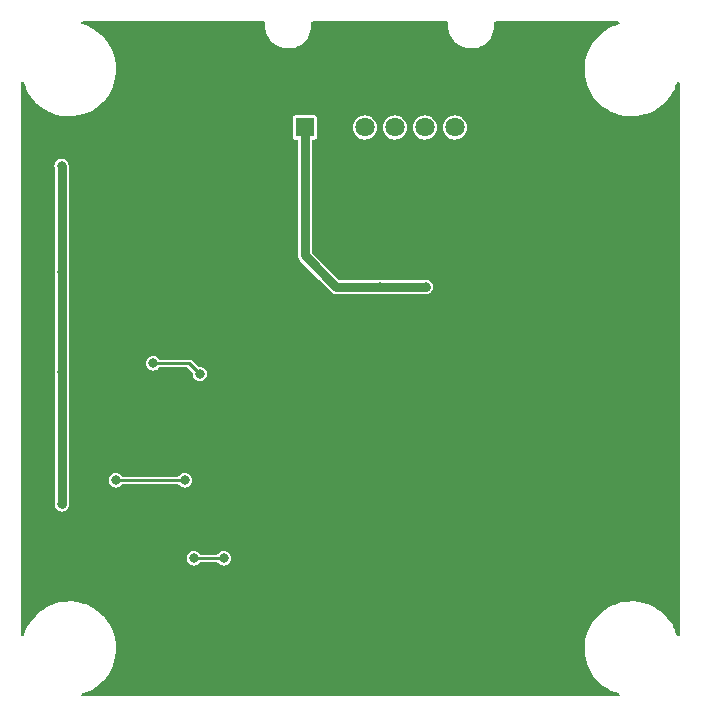
<source format=gbl>
%TF.GenerationSoftware,KiCad,Pcbnew,(6.0.10)*%
%TF.CreationDate,2022-12-30T01:06:13-06:00*%
%TF.ProjectId,FluorometerLightSource,466c756f-726f-46d6-9574-65724c696768,rev?*%
%TF.SameCoordinates,Original*%
%TF.FileFunction,Copper,L2,Bot*%
%TF.FilePolarity,Positive*%
%FSLAX46Y46*%
G04 Gerber Fmt 4.6, Leading zero omitted, Abs format (unit mm)*
G04 Created by KiCad (PCBNEW (6.0.10)) date 2022-12-30 01:06:13*
%MOMM*%
%LPD*%
G01*
G04 APERTURE LIST*
%TA.AperFunction,ComponentPad*%
%ADD10R,1.635000X1.635000*%
%TD*%
%TA.AperFunction,ComponentPad*%
%ADD11C,1.635000*%
%TD*%
%TA.AperFunction,ViaPad*%
%ADD12C,0.800000*%
%TD*%
%TA.AperFunction,Conductor*%
%ADD13C,0.254000*%
%TD*%
%TA.AperFunction,Conductor*%
%ADD14C,0.762000*%
%TD*%
G04 APERTURE END LIST*
D10*
X156090500Y-87468000D03*
D11*
X158630500Y-87468000D03*
X161170500Y-87468000D03*
X163710500Y-87468000D03*
X166250500Y-87468000D03*
X168790500Y-87468000D03*
D12*
X149225000Y-123952000D03*
X146685000Y-123952000D03*
X142494000Y-119761000D03*
X140081000Y-117348000D03*
X145923000Y-117348000D03*
X147193000Y-108331000D03*
X143256000Y-107442000D03*
X135509000Y-99695000D03*
X135509000Y-108204000D03*
X135509000Y-119380000D03*
X135495000Y-90692000D03*
X166370000Y-100965000D03*
X162433000Y-100965000D03*
X158750000Y-100965000D03*
X182118000Y-106807000D03*
X152781000Y-94107000D03*
X143129000Y-93345000D03*
X173101000Y-92583000D03*
X180213000Y-98425000D03*
X151384000Y-127508000D03*
X171577000Y-125857000D03*
X183769000Y-123444000D03*
X142621000Y-110236000D03*
D13*
X146685000Y-123952000D02*
X149225000Y-123952000D01*
X145923000Y-117348000D02*
X140081000Y-117348000D01*
X143256000Y-107442000D02*
X146304000Y-107442000D01*
X146304000Y-107442000D02*
X147193000Y-108331000D01*
D14*
X135509000Y-90706000D02*
X135509000Y-99695000D01*
X135509000Y-99695000D02*
X135509000Y-107442000D01*
X135509000Y-108204000D02*
X135509000Y-119380000D01*
X135509000Y-107442000D02*
X135509000Y-108204000D01*
X135495000Y-90692000D02*
X135509000Y-90706000D01*
X156090500Y-98305500D02*
X158750000Y-100965000D01*
X162433000Y-100965000D02*
X166370000Y-100965000D01*
X156090500Y-87468000D02*
X156090500Y-98305500D01*
X158750000Y-100965000D02*
X162433000Y-100965000D01*
%TA.AperFunction,Conductor*%
G36*
X152692869Y-78507002D02*
G01*
X152739362Y-78560658D01*
X152750278Y-78623872D01*
X152748699Y-78642102D01*
X152735259Y-78797285D01*
X152735503Y-78801720D01*
X152735503Y-78801724D01*
X152749450Y-79055127D01*
X152750438Y-79073087D01*
X152804325Y-79343999D01*
X152895847Y-79604616D01*
X153023178Y-79849737D01*
X153025761Y-79853352D01*
X153025765Y-79853358D01*
X153175135Y-80062381D01*
X153183775Y-80074471D01*
X153228336Y-80121183D01*
X153344341Y-80242787D01*
X153374436Y-80274335D01*
X153377931Y-80277091D01*
X153377933Y-80277092D01*
X153543694Y-80407767D01*
X153591356Y-80445341D01*
X153653059Y-80481181D01*
X153826353Y-80581839D01*
X153826359Y-80581842D01*
X153830207Y-80584077D01*
X154086223Y-80687774D01*
X154090536Y-80688845D01*
X154090541Y-80688847D01*
X154349975Y-80753291D01*
X154349980Y-80753292D01*
X154354296Y-80754364D01*
X154358724Y-80754818D01*
X154358726Y-80754818D01*
X154433839Y-80762514D01*
X154589870Y-80778500D01*
X154760862Y-80778500D01*
X154966030Y-80763973D01*
X154970385Y-80763035D01*
X154970388Y-80763035D01*
X155231715Y-80706773D01*
X155231717Y-80706773D01*
X155236062Y-80705837D01*
X155495209Y-80610233D01*
X155543685Y-80584077D01*
X155734384Y-80481181D01*
X155738300Y-80479068D01*
X155960484Y-80314960D01*
X156157329Y-80121183D01*
X156324906Y-79901604D01*
X156399375Y-79768630D01*
X156457697Y-79664490D01*
X156457698Y-79664487D01*
X156459873Y-79660604D01*
X156559536Y-79402991D01*
X156561730Y-79393528D01*
X156613870Y-79168578D01*
X156621907Y-79133905D01*
X156645741Y-78858715D01*
X156642605Y-78801724D01*
X156632599Y-78619924D01*
X156648828Y-78550807D01*
X156699848Y-78501436D01*
X156758409Y-78487000D01*
X168124748Y-78487000D01*
X168192869Y-78507002D01*
X168239362Y-78560658D01*
X168250278Y-78623872D01*
X168248699Y-78642102D01*
X168235259Y-78797285D01*
X168235503Y-78801720D01*
X168235503Y-78801724D01*
X168249450Y-79055127D01*
X168250438Y-79073087D01*
X168304325Y-79343999D01*
X168395847Y-79604616D01*
X168523178Y-79849737D01*
X168525761Y-79853352D01*
X168525765Y-79853358D01*
X168675135Y-80062381D01*
X168683775Y-80074471D01*
X168728336Y-80121183D01*
X168844341Y-80242787D01*
X168874436Y-80274335D01*
X168877931Y-80277091D01*
X168877933Y-80277092D01*
X169043694Y-80407767D01*
X169091356Y-80445341D01*
X169153059Y-80481181D01*
X169326353Y-80581839D01*
X169326359Y-80581842D01*
X169330207Y-80584077D01*
X169586223Y-80687774D01*
X169590536Y-80688845D01*
X169590541Y-80688847D01*
X169849975Y-80753291D01*
X169849980Y-80753292D01*
X169854296Y-80754364D01*
X169858724Y-80754818D01*
X169858726Y-80754818D01*
X169933839Y-80762514D01*
X170089870Y-80778500D01*
X170260862Y-80778500D01*
X170466030Y-80763973D01*
X170470385Y-80763035D01*
X170470388Y-80763035D01*
X170731715Y-80706773D01*
X170731717Y-80706773D01*
X170736062Y-80705837D01*
X170995209Y-80610233D01*
X171043685Y-80584077D01*
X171234384Y-80481181D01*
X171238300Y-80479068D01*
X171460484Y-80314960D01*
X171657329Y-80121183D01*
X171824906Y-79901604D01*
X171899375Y-79768630D01*
X171957697Y-79664490D01*
X171957698Y-79664487D01*
X171959873Y-79660604D01*
X172059536Y-79402991D01*
X172061730Y-79393528D01*
X172113870Y-79168578D01*
X172121907Y-79133905D01*
X172145741Y-78858715D01*
X172142605Y-78801724D01*
X172132599Y-78619924D01*
X172148828Y-78550807D01*
X172199848Y-78501436D01*
X172258409Y-78487000D01*
X182615806Y-78487000D01*
X182683927Y-78507002D01*
X182730420Y-78560658D01*
X182740524Y-78630932D01*
X182711030Y-78695512D01*
X182646821Y-78735123D01*
X182602161Y-78746465D01*
X182602158Y-78746466D01*
X182599118Y-78747238D01*
X182596171Y-78748308D01*
X182596170Y-78748308D01*
X182230151Y-78881166D01*
X182230141Y-78881170D01*
X182227213Y-78882233D01*
X181870554Y-79053498D01*
X181532669Y-79259339D01*
X181216899Y-79497721D01*
X181214617Y-79499831D01*
X181214608Y-79499838D01*
X181096994Y-79608560D01*
X180926366Y-79766287D01*
X180924294Y-79768625D01*
X180924289Y-79768630D01*
X180666028Y-80060029D01*
X180666023Y-80060035D01*
X180663944Y-80062381D01*
X180432227Y-80383074D01*
X180233507Y-80725196D01*
X180232217Y-80728033D01*
X180232215Y-80728037D01*
X180138264Y-80934672D01*
X180069749Y-81085363D01*
X179942572Y-81460013D01*
X179853234Y-81845443D01*
X179802619Y-82237839D01*
X179791227Y-82633322D01*
X179819170Y-83027982D01*
X179886173Y-83417915D01*
X179991572Y-83799265D01*
X179992702Y-83802185D01*
X179992703Y-83802189D01*
X180075993Y-84017479D01*
X180134326Y-84168261D01*
X180135741Y-84171055D01*
X180135744Y-84171063D01*
X180238885Y-84374804D01*
X180313023Y-84521255D01*
X180525895Y-84854755D01*
X180770838Y-85165463D01*
X180773013Y-85167719D01*
X180773018Y-85167725D01*
X180896468Y-85295784D01*
X181045429Y-85450308D01*
X181047822Y-85452341D01*
X181344559Y-85704438D01*
X181344567Y-85704445D01*
X181346954Y-85706472D01*
X181349534Y-85708255D01*
X181669857Y-85929645D01*
X181669866Y-85929650D01*
X181672429Y-85931422D01*
X181675164Y-85932935D01*
X181675169Y-85932938D01*
X181839957Y-86024093D01*
X182018638Y-86122934D01*
X182021507Y-86124167D01*
X182021518Y-86124172D01*
X182379287Y-86277881D01*
X182382155Y-86279113D01*
X182385132Y-86280054D01*
X182385136Y-86280056D01*
X182513911Y-86320782D01*
X182759387Y-86398416D01*
X183146603Y-86479662D01*
X183149721Y-86479998D01*
X183537522Y-86521785D01*
X183537525Y-86521785D01*
X183539973Y-86522049D01*
X183542436Y-86522120D01*
X183542437Y-86522120D01*
X183546086Y-86522225D01*
X183597291Y-86523700D01*
X183868352Y-86523700D01*
X183869915Y-86523622D01*
X183869923Y-86523622D01*
X183986445Y-86517821D01*
X184164158Y-86508974D01*
X184167243Y-86508510D01*
X184167245Y-86508510D01*
X184552316Y-86450617D01*
X184555409Y-86450152D01*
X184558445Y-86449381D01*
X184935839Y-86353535D01*
X184935842Y-86353534D01*
X184938882Y-86352762D01*
X184941830Y-86351692D01*
X185307849Y-86218834D01*
X185307859Y-86218830D01*
X185310787Y-86217767D01*
X185667446Y-86046502D01*
X186005331Y-85840661D01*
X186321101Y-85602279D01*
X186323383Y-85600169D01*
X186323392Y-85600162D01*
X186609337Y-85335836D01*
X186611634Y-85333713D01*
X186760751Y-85165463D01*
X186871972Y-85039971D01*
X186871977Y-85039965D01*
X186874056Y-85037619D01*
X187105773Y-84716926D01*
X187304493Y-84374804D01*
X187397129Y-84171063D01*
X187466959Y-84017479D01*
X187466960Y-84017476D01*
X187468251Y-84014637D01*
X187542384Y-83796250D01*
X187586687Y-83665738D01*
X187627524Y-83607661D01*
X187693277Y-83580883D01*
X187763069Y-83593904D01*
X187814742Y-83642591D01*
X187832000Y-83706239D01*
X187832000Y-130427111D01*
X187811998Y-130495232D01*
X187758342Y-130541725D01*
X187688068Y-130551829D01*
X187623488Y-130522335D01*
X187584553Y-130460677D01*
X187547261Y-130325750D01*
X187546428Y-130322735D01*
X187463107Y-130107363D01*
X187404809Y-129956672D01*
X187404807Y-129956667D01*
X187403674Y-129953739D01*
X187300554Y-129750037D01*
X187226396Y-129603548D01*
X187224977Y-129600745D01*
X187012105Y-129267245D01*
X186767162Y-128956537D01*
X186764987Y-128954281D01*
X186764982Y-128954275D01*
X186602922Y-128786164D01*
X186492571Y-128671692D01*
X186489999Y-128669507D01*
X186193441Y-128417562D01*
X186193433Y-128417555D01*
X186191046Y-128415528D01*
X185996891Y-128281339D01*
X185868143Y-128192355D01*
X185868134Y-128192350D01*
X185865571Y-128190578D01*
X185862836Y-128189065D01*
X185862831Y-128189062D01*
X185655080Y-128074141D01*
X185519362Y-127999066D01*
X185516493Y-127997833D01*
X185516482Y-127997828D01*
X185158713Y-127844119D01*
X185158710Y-127844118D01*
X185155845Y-127842887D01*
X185152868Y-127841946D01*
X185152864Y-127841944D01*
X185024089Y-127801218D01*
X184778613Y-127723584D01*
X184391397Y-127642338D01*
X184388279Y-127642002D01*
X184000478Y-127600215D01*
X184000475Y-127600215D01*
X183998027Y-127599951D01*
X183995564Y-127599880D01*
X183995563Y-127599880D01*
X183991914Y-127599775D01*
X183940709Y-127598300D01*
X183669648Y-127598300D01*
X183668085Y-127598378D01*
X183668077Y-127598378D01*
X183571709Y-127603176D01*
X183373842Y-127613026D01*
X183370757Y-127613490D01*
X183370755Y-127613490D01*
X183181110Y-127642002D01*
X182982591Y-127671848D01*
X182979556Y-127672619D01*
X182979555Y-127672619D01*
X182602161Y-127768465D01*
X182602158Y-127768466D01*
X182599118Y-127769238D01*
X182596171Y-127770308D01*
X182596170Y-127770308D01*
X182230151Y-127903166D01*
X182230141Y-127903170D01*
X182227213Y-127904233D01*
X181870554Y-128075498D01*
X181532669Y-128281339D01*
X181216899Y-128519721D01*
X181214617Y-128521831D01*
X181214608Y-128521838D01*
X181054697Y-128669659D01*
X180926366Y-128788287D01*
X180924294Y-128790625D01*
X180924289Y-128790630D01*
X180666028Y-129082029D01*
X180666023Y-129082035D01*
X180663944Y-129084381D01*
X180432227Y-129405074D01*
X180233507Y-129747196D01*
X180232217Y-129750033D01*
X180232215Y-129750037D01*
X180138264Y-129956672D01*
X180069749Y-130107363D01*
X179942572Y-130482013D01*
X179853234Y-130867443D01*
X179802619Y-131259839D01*
X179791227Y-131655322D01*
X179791448Y-131658441D01*
X179791448Y-131658448D01*
X179811912Y-131947472D01*
X179819170Y-132049982D01*
X179886173Y-132439915D01*
X179991572Y-132821265D01*
X179992702Y-132824185D01*
X179992703Y-132824189D01*
X180075993Y-133039479D01*
X180134326Y-133190261D01*
X180135741Y-133193055D01*
X180135744Y-133193063D01*
X180238885Y-133396804D01*
X180313023Y-133543255D01*
X180525895Y-133876755D01*
X180770838Y-134187463D01*
X180773013Y-134189719D01*
X180773018Y-134189725D01*
X180888217Y-134309225D01*
X181045429Y-134472308D01*
X181047822Y-134474341D01*
X181344559Y-134726438D01*
X181344567Y-134726445D01*
X181346954Y-134728472D01*
X181349534Y-134730255D01*
X181669857Y-134951645D01*
X181669866Y-134951650D01*
X181672429Y-134953422D01*
X181675164Y-134954935D01*
X181675169Y-134954938D01*
X181839957Y-135046093D01*
X182018638Y-135144934D01*
X182021507Y-135146167D01*
X182021518Y-135146172D01*
X182379287Y-135299881D01*
X182382155Y-135301113D01*
X182385132Y-135302054D01*
X182385136Y-135302056D01*
X182659624Y-135388865D01*
X182718542Y-135428477D01*
X182746692Y-135493654D01*
X182735135Y-135563704D01*
X182687541Y-135616386D01*
X182621630Y-135635000D01*
X137297194Y-135635000D01*
X137229073Y-135614998D01*
X137182580Y-135561342D01*
X137172476Y-135491068D01*
X137201970Y-135426488D01*
X137266179Y-135386877D01*
X137310839Y-135375535D01*
X137310842Y-135375534D01*
X137313882Y-135374762D01*
X137336511Y-135366548D01*
X137682849Y-135240834D01*
X137682859Y-135240830D01*
X137685787Y-135239767D01*
X138042446Y-135068502D01*
X138380331Y-134862661D01*
X138696101Y-134624279D01*
X138698383Y-134622169D01*
X138698392Y-134622162D01*
X138984337Y-134357836D01*
X138986634Y-134355713D01*
X138988711Y-134353370D01*
X139246972Y-134061971D01*
X139246977Y-134061965D01*
X139249056Y-134059619D01*
X139480773Y-133738926D01*
X139679493Y-133396804D01*
X139685754Y-133383035D01*
X139841959Y-133039479D01*
X139841960Y-133039476D01*
X139843251Y-133036637D01*
X139970428Y-132661987D01*
X140059766Y-132276557D01*
X140110381Y-131884161D01*
X140121773Y-131488678D01*
X140093830Y-131094018D01*
X140026827Y-130704085D01*
X139921428Y-130322735D01*
X139838107Y-130107363D01*
X139779809Y-129956672D01*
X139779807Y-129956667D01*
X139778674Y-129953739D01*
X139675554Y-129750037D01*
X139601396Y-129603548D01*
X139599977Y-129600745D01*
X139387105Y-129267245D01*
X139142162Y-128956537D01*
X139139987Y-128954281D01*
X139139982Y-128954275D01*
X138977922Y-128786164D01*
X138867571Y-128671692D01*
X138864999Y-128669507D01*
X138568441Y-128417562D01*
X138568433Y-128417555D01*
X138566046Y-128415528D01*
X138371891Y-128281339D01*
X138243143Y-128192355D01*
X138243134Y-128192350D01*
X138240571Y-128190578D01*
X138237836Y-128189065D01*
X138237831Y-128189062D01*
X138030080Y-128074141D01*
X137894362Y-127999066D01*
X137891493Y-127997833D01*
X137891482Y-127997828D01*
X137533713Y-127844119D01*
X137533710Y-127844118D01*
X137530845Y-127842887D01*
X137527868Y-127841946D01*
X137527864Y-127841944D01*
X137399089Y-127801218D01*
X137153613Y-127723584D01*
X136766397Y-127642338D01*
X136763279Y-127642002D01*
X136375478Y-127600215D01*
X136375475Y-127600215D01*
X136373027Y-127599951D01*
X136370564Y-127599880D01*
X136370563Y-127599880D01*
X136366914Y-127599775D01*
X136315709Y-127598300D01*
X136044648Y-127598300D01*
X136043085Y-127598378D01*
X136043077Y-127598378D01*
X135946709Y-127603176D01*
X135748842Y-127613026D01*
X135745757Y-127613490D01*
X135745755Y-127613490D01*
X135556110Y-127642002D01*
X135357591Y-127671848D01*
X135354556Y-127672619D01*
X135354555Y-127672619D01*
X134977161Y-127768465D01*
X134977158Y-127768466D01*
X134974118Y-127769238D01*
X134971171Y-127770308D01*
X134971170Y-127770308D01*
X134605151Y-127903166D01*
X134605141Y-127903170D01*
X134602213Y-127904233D01*
X134245554Y-128075498D01*
X133907669Y-128281339D01*
X133591899Y-128519721D01*
X133589617Y-128521831D01*
X133589608Y-128521838D01*
X133429697Y-128669659D01*
X133301366Y-128788287D01*
X133299294Y-128790625D01*
X133299289Y-128790630D01*
X133041028Y-129082029D01*
X133041023Y-129082035D01*
X133038944Y-129084381D01*
X132807227Y-129405074D01*
X132608507Y-129747196D01*
X132607217Y-129750033D01*
X132607215Y-129750037D01*
X132513264Y-129956672D01*
X132444749Y-130107363D01*
X132443745Y-130110320D01*
X132443743Y-130110326D01*
X132326313Y-130456262D01*
X132285476Y-130514339D01*
X132219723Y-130541117D01*
X132149931Y-130528096D01*
X132098258Y-130479409D01*
X132081000Y-130415761D01*
X132081000Y-123952000D01*
X146079318Y-123952000D01*
X146099956Y-124108762D01*
X146160464Y-124254841D01*
X146256718Y-124380282D01*
X146382159Y-124476536D01*
X146528238Y-124537044D01*
X146685000Y-124557682D01*
X146693188Y-124556604D01*
X146833574Y-124538122D01*
X146841762Y-124537044D01*
X146987841Y-124476536D01*
X147113282Y-124380282D01*
X147118308Y-124373732D01*
X147118311Y-124373729D01*
X147152789Y-124328796D01*
X147210127Y-124286929D01*
X147252751Y-124279500D01*
X148657249Y-124279500D01*
X148725370Y-124299502D01*
X148757211Y-124328796D01*
X148791689Y-124373729D01*
X148791692Y-124373732D01*
X148796718Y-124380282D01*
X148922159Y-124476536D01*
X149068238Y-124537044D01*
X149225000Y-124557682D01*
X149233188Y-124556604D01*
X149373574Y-124538122D01*
X149381762Y-124537044D01*
X149527841Y-124476536D01*
X149653282Y-124380282D01*
X149749536Y-124254841D01*
X149810044Y-124108762D01*
X149830682Y-123952000D01*
X149810044Y-123795238D01*
X149749536Y-123649159D01*
X149653282Y-123523718D01*
X149527841Y-123427464D01*
X149381762Y-123366956D01*
X149225000Y-123346318D01*
X149068238Y-123366956D01*
X148922159Y-123427464D01*
X148796718Y-123523718D01*
X148791692Y-123530268D01*
X148791689Y-123530271D01*
X148757211Y-123575204D01*
X148699873Y-123617071D01*
X148657249Y-123624500D01*
X147252751Y-123624500D01*
X147184630Y-123604498D01*
X147152789Y-123575204D01*
X147118311Y-123530271D01*
X147118308Y-123530268D01*
X147113282Y-123523718D01*
X146987841Y-123427464D01*
X146841762Y-123366956D01*
X146685000Y-123346318D01*
X146528238Y-123366956D01*
X146382159Y-123427464D01*
X146256718Y-123523718D01*
X146160464Y-123649159D01*
X146099956Y-123795238D01*
X146079318Y-123952000D01*
X132081000Y-123952000D01*
X132081000Y-90692000D01*
X134889318Y-90692000D01*
X134909956Y-90848762D01*
X134917909Y-90867963D01*
X134927500Y-90916180D01*
X134927500Y-99512588D01*
X134924201Y-99537646D01*
X134923956Y-99538238D01*
X134903318Y-99695000D01*
X134923956Y-99851762D01*
X134924201Y-99852354D01*
X134927500Y-99877412D01*
X134927500Y-108021588D01*
X134924201Y-108046646D01*
X134923956Y-108047238D01*
X134903318Y-108204000D01*
X134904396Y-108212188D01*
X134921116Y-108339188D01*
X134923956Y-108360762D01*
X134924201Y-108361354D01*
X134927500Y-108386412D01*
X134927500Y-119197588D01*
X134924201Y-119222646D01*
X134923956Y-119223238D01*
X134903318Y-119380000D01*
X134923956Y-119536762D01*
X134984464Y-119682841D01*
X135080718Y-119808282D01*
X135206159Y-119904536D01*
X135352238Y-119965044D01*
X135509000Y-119985682D01*
X135517188Y-119984604D01*
X135657574Y-119966122D01*
X135665762Y-119965044D01*
X135811841Y-119904536D01*
X135937282Y-119808282D01*
X136033536Y-119682841D01*
X136094044Y-119536762D01*
X136114682Y-119380000D01*
X136094044Y-119223238D01*
X136093799Y-119222646D01*
X136090500Y-119197588D01*
X136090500Y-117348000D01*
X139475318Y-117348000D01*
X139495956Y-117504762D01*
X139556464Y-117650841D01*
X139652718Y-117776282D01*
X139778159Y-117872536D01*
X139924238Y-117933044D01*
X140081000Y-117953682D01*
X140089188Y-117952604D01*
X140229574Y-117934122D01*
X140237762Y-117933044D01*
X140383841Y-117872536D01*
X140509282Y-117776282D01*
X140514308Y-117769732D01*
X140514311Y-117769729D01*
X140548789Y-117724796D01*
X140606127Y-117682929D01*
X140648751Y-117675500D01*
X145355249Y-117675500D01*
X145423370Y-117695502D01*
X145455211Y-117724796D01*
X145489689Y-117769729D01*
X145489692Y-117769732D01*
X145494718Y-117776282D01*
X145620159Y-117872536D01*
X145766238Y-117933044D01*
X145923000Y-117953682D01*
X145931188Y-117952604D01*
X146071574Y-117934122D01*
X146079762Y-117933044D01*
X146225841Y-117872536D01*
X146351282Y-117776282D01*
X146447536Y-117650841D01*
X146508044Y-117504762D01*
X146528682Y-117348000D01*
X146508044Y-117191238D01*
X146447536Y-117045159D01*
X146351282Y-116919718D01*
X146225841Y-116823464D01*
X146079762Y-116762956D01*
X145923000Y-116742318D01*
X145766238Y-116762956D01*
X145620159Y-116823464D01*
X145494718Y-116919718D01*
X145489692Y-116926268D01*
X145489689Y-116926271D01*
X145455211Y-116971204D01*
X145397873Y-117013071D01*
X145355249Y-117020500D01*
X140648751Y-117020500D01*
X140580630Y-117000498D01*
X140548789Y-116971204D01*
X140514311Y-116926271D01*
X140514308Y-116926268D01*
X140509282Y-116919718D01*
X140383841Y-116823464D01*
X140237762Y-116762956D01*
X140081000Y-116742318D01*
X139924238Y-116762956D01*
X139778159Y-116823464D01*
X139652718Y-116919718D01*
X139556464Y-117045159D01*
X139495956Y-117191238D01*
X139475318Y-117348000D01*
X136090500Y-117348000D01*
X136090500Y-108386412D01*
X136093799Y-108361354D01*
X136094044Y-108360762D01*
X136096885Y-108339188D01*
X136113604Y-108212188D01*
X136114682Y-108204000D01*
X136094044Y-108047238D01*
X136093799Y-108046646D01*
X136090500Y-108021588D01*
X136090500Y-107442000D01*
X142650318Y-107442000D01*
X142670956Y-107598762D01*
X142731464Y-107744841D01*
X142827718Y-107870282D01*
X142953159Y-107966536D01*
X143099238Y-108027044D01*
X143256000Y-108047682D01*
X143264188Y-108046604D01*
X143404574Y-108028122D01*
X143412762Y-108027044D01*
X143558841Y-107966536D01*
X143633480Y-107909264D01*
X143677731Y-107875309D01*
X143677732Y-107875308D01*
X143684282Y-107870282D01*
X143689308Y-107863732D01*
X143689311Y-107863729D01*
X143723789Y-107818796D01*
X143781127Y-107776929D01*
X143823751Y-107769500D01*
X146116155Y-107769500D01*
X146184276Y-107789502D01*
X146205251Y-107806405D01*
X146559963Y-108161118D01*
X146593988Y-108223430D01*
X146595789Y-108266657D01*
X146587318Y-108331000D01*
X146607956Y-108487762D01*
X146668464Y-108633841D01*
X146764718Y-108759282D01*
X146890159Y-108855536D01*
X147036238Y-108916044D01*
X147193000Y-108936682D01*
X147201188Y-108935604D01*
X147341574Y-108917122D01*
X147349762Y-108916044D01*
X147495841Y-108855536D01*
X147621282Y-108759282D01*
X147717536Y-108633841D01*
X147778044Y-108487762D01*
X147798682Y-108331000D01*
X147778044Y-108174238D01*
X147717536Y-108028159D01*
X147621282Y-107902718D01*
X147495841Y-107806464D01*
X147349762Y-107745956D01*
X147193000Y-107725318D01*
X147128658Y-107733789D01*
X147058511Y-107722850D01*
X147023118Y-107697963D01*
X146549581Y-107224427D01*
X146542154Y-107216322D01*
X146524846Y-107195695D01*
X146517760Y-107187250D01*
X146484895Y-107168275D01*
X146475635Y-107162377D01*
X146444543Y-107140606D01*
X146433899Y-107137754D01*
X146430653Y-107136240D01*
X146427285Y-107135014D01*
X146417739Y-107129503D01*
X146380368Y-107122913D01*
X146369644Y-107120536D01*
X146332984Y-107110713D01*
X146322000Y-107111674D01*
X146321999Y-107111674D01*
X146295189Y-107114020D01*
X146284206Y-107114500D01*
X143823751Y-107114500D01*
X143755630Y-107094498D01*
X143723789Y-107065204D01*
X143689311Y-107020271D01*
X143689308Y-107020268D01*
X143684282Y-107013718D01*
X143558841Y-106917464D01*
X143412762Y-106856956D01*
X143256000Y-106836318D01*
X143099238Y-106856956D01*
X142953159Y-106917464D01*
X142827718Y-107013718D01*
X142731464Y-107139159D01*
X142670956Y-107285238D01*
X142650318Y-107442000D01*
X136090500Y-107442000D01*
X136090500Y-99877412D01*
X136093799Y-99852354D01*
X136094044Y-99851762D01*
X136114682Y-99695000D01*
X136094044Y-99538238D01*
X136093799Y-99537646D01*
X136090500Y-99512588D01*
X136090500Y-90777598D01*
X136091578Y-90761152D01*
X136099604Y-90700188D01*
X136100682Y-90692000D01*
X136080044Y-90535238D01*
X136019536Y-90389159D01*
X135923282Y-90263718D01*
X135797841Y-90167464D01*
X135651762Y-90106956D01*
X135495000Y-90086318D01*
X135338238Y-90106956D01*
X135192159Y-90167464D01*
X135066718Y-90263718D01*
X134970464Y-90389159D01*
X134909956Y-90535238D01*
X134889318Y-90692000D01*
X132081000Y-90692000D01*
X132081000Y-88305248D01*
X155072500Y-88305248D01*
X155073707Y-88311316D01*
X155077004Y-88327889D01*
X155084133Y-88363731D01*
X155128448Y-88430052D01*
X155194769Y-88474367D01*
X155206938Y-88476788D01*
X155206939Y-88476788D01*
X155247184Y-88484793D01*
X155253252Y-88486000D01*
X155383000Y-88486000D01*
X155451121Y-88506002D01*
X155497614Y-88559658D01*
X155509000Y-88612000D01*
X155509000Y-98259126D01*
X155507922Y-98275572D01*
X155503982Y-98305500D01*
X155523967Y-98457302D01*
X155582560Y-98598759D01*
X155587587Y-98605310D01*
X155652362Y-98689728D01*
X155652368Y-98689734D01*
X155675769Y-98720231D01*
X155699723Y-98738612D01*
X155712104Y-98749470D01*
X157309230Y-100346595D01*
X158209830Y-101247195D01*
X158225219Y-101267250D01*
X158225464Y-101267841D01*
X158321718Y-101393282D01*
X158447159Y-101489536D01*
X158593238Y-101550044D01*
X158750000Y-101570682D01*
X158758188Y-101569604D01*
X158898576Y-101551122D01*
X158898578Y-101551121D01*
X158906762Y-101550044D01*
X158907354Y-101549799D01*
X158932412Y-101546500D01*
X162250588Y-101546500D01*
X162275646Y-101549799D01*
X162276238Y-101550044D01*
X162284422Y-101551121D01*
X162284424Y-101551122D01*
X162424812Y-101569604D01*
X162433000Y-101570682D01*
X162441188Y-101569604D01*
X162581576Y-101551122D01*
X162581578Y-101551121D01*
X162589762Y-101550044D01*
X162590354Y-101549799D01*
X162615412Y-101546500D01*
X166187588Y-101546500D01*
X166212646Y-101549799D01*
X166213238Y-101550044D01*
X166221422Y-101551121D01*
X166221424Y-101551122D01*
X166361812Y-101569604D01*
X166370000Y-101570682D01*
X166378188Y-101569604D01*
X166518574Y-101551122D01*
X166526762Y-101550044D01*
X166672841Y-101489536D01*
X166798282Y-101393282D01*
X166894536Y-101267841D01*
X166955044Y-101121762D01*
X166975682Y-100965000D01*
X166955044Y-100808238D01*
X166894536Y-100662159D01*
X166798282Y-100536718D01*
X166672841Y-100440464D01*
X166526762Y-100379956D01*
X166370000Y-100359318D01*
X166361812Y-100360396D01*
X166221424Y-100378878D01*
X166221422Y-100378879D01*
X166213238Y-100379956D01*
X166212646Y-100380201D01*
X166187588Y-100383500D01*
X162615412Y-100383500D01*
X162590354Y-100380201D01*
X162589762Y-100379956D01*
X162581578Y-100378879D01*
X162581576Y-100378878D01*
X162441188Y-100360396D01*
X162433000Y-100359318D01*
X162424812Y-100360396D01*
X162284424Y-100378878D01*
X162284422Y-100378879D01*
X162276238Y-100379956D01*
X162275646Y-100380201D01*
X162250588Y-100383500D01*
X159043055Y-100383500D01*
X158974934Y-100363498D01*
X158953960Y-100346595D01*
X156708905Y-98101539D01*
X156674879Y-98039227D01*
X156672000Y-98012444D01*
X156672000Y-88612000D01*
X156692002Y-88543879D01*
X156745658Y-88497386D01*
X156798000Y-88486000D01*
X156927748Y-88486000D01*
X156933816Y-88484793D01*
X156974061Y-88476788D01*
X156974062Y-88476788D01*
X156986231Y-88474367D01*
X157052552Y-88430052D01*
X157096867Y-88363731D01*
X157103997Y-88327889D01*
X157107293Y-88311316D01*
X157108500Y-88305248D01*
X157108500Y-87453718D01*
X160147674Y-87453718D01*
X160164379Y-87652658D01*
X160219407Y-87844564D01*
X160222226Y-87850049D01*
X160307845Y-88016645D01*
X160307848Y-88016650D01*
X160310663Y-88022127D01*
X160434669Y-88178584D01*
X160586702Y-88307975D01*
X160760973Y-88405371D01*
X160950842Y-88467063D01*
X161149077Y-88490702D01*
X161155212Y-88490230D01*
X161155214Y-88490230D01*
X161341988Y-88475858D01*
X161341993Y-88475857D01*
X161348129Y-88475385D01*
X161354059Y-88473729D01*
X161354061Y-88473729D01*
X161510494Y-88430052D01*
X161540415Y-88421698D01*
X161568968Y-88407275D01*
X161713110Y-88334464D01*
X161713112Y-88334463D01*
X161718611Y-88331685D01*
X161875930Y-88208774D01*
X162006379Y-88057648D01*
X162023814Y-88026958D01*
X162101946Y-87889418D01*
X162101947Y-87889417D01*
X162104989Y-87884061D01*
X162116304Y-87850049D01*
X162166059Y-87700480D01*
X162168006Y-87694628D01*
X162193027Y-87496562D01*
X162193426Y-87468000D01*
X162192026Y-87453718D01*
X162687674Y-87453718D01*
X162704379Y-87652658D01*
X162759407Y-87844564D01*
X162762226Y-87850049D01*
X162847845Y-88016645D01*
X162847848Y-88016650D01*
X162850663Y-88022127D01*
X162974669Y-88178584D01*
X163126702Y-88307975D01*
X163300973Y-88405371D01*
X163490842Y-88467063D01*
X163689077Y-88490702D01*
X163695212Y-88490230D01*
X163695214Y-88490230D01*
X163881988Y-88475858D01*
X163881993Y-88475857D01*
X163888129Y-88475385D01*
X163894059Y-88473729D01*
X163894061Y-88473729D01*
X164050494Y-88430052D01*
X164080415Y-88421698D01*
X164108968Y-88407275D01*
X164253110Y-88334464D01*
X164253112Y-88334463D01*
X164258611Y-88331685D01*
X164415930Y-88208774D01*
X164546379Y-88057648D01*
X164563814Y-88026958D01*
X164641946Y-87889418D01*
X164641947Y-87889417D01*
X164644989Y-87884061D01*
X164656304Y-87850049D01*
X164706059Y-87700480D01*
X164708006Y-87694628D01*
X164733027Y-87496562D01*
X164733426Y-87468000D01*
X164732026Y-87453718D01*
X165227674Y-87453718D01*
X165244379Y-87652658D01*
X165299407Y-87844564D01*
X165302226Y-87850049D01*
X165387845Y-88016645D01*
X165387848Y-88016650D01*
X165390663Y-88022127D01*
X165514669Y-88178584D01*
X165666702Y-88307975D01*
X165840973Y-88405371D01*
X166030842Y-88467063D01*
X166229077Y-88490702D01*
X166235212Y-88490230D01*
X166235214Y-88490230D01*
X166421988Y-88475858D01*
X166421993Y-88475857D01*
X166428129Y-88475385D01*
X166434059Y-88473729D01*
X166434061Y-88473729D01*
X166590494Y-88430052D01*
X166620415Y-88421698D01*
X166648968Y-88407275D01*
X166793110Y-88334464D01*
X166793112Y-88334463D01*
X166798611Y-88331685D01*
X166955930Y-88208774D01*
X167086379Y-88057648D01*
X167103814Y-88026958D01*
X167181946Y-87889418D01*
X167181947Y-87889417D01*
X167184989Y-87884061D01*
X167196304Y-87850049D01*
X167246059Y-87700480D01*
X167248006Y-87694628D01*
X167273027Y-87496562D01*
X167273426Y-87468000D01*
X167272026Y-87453718D01*
X167767674Y-87453718D01*
X167784379Y-87652658D01*
X167839407Y-87844564D01*
X167842226Y-87850049D01*
X167927845Y-88016645D01*
X167927848Y-88016650D01*
X167930663Y-88022127D01*
X168054669Y-88178584D01*
X168206702Y-88307975D01*
X168380973Y-88405371D01*
X168570842Y-88467063D01*
X168769077Y-88490702D01*
X168775212Y-88490230D01*
X168775214Y-88490230D01*
X168961988Y-88475858D01*
X168961993Y-88475857D01*
X168968129Y-88475385D01*
X168974059Y-88473729D01*
X168974061Y-88473729D01*
X169130494Y-88430052D01*
X169160415Y-88421698D01*
X169188968Y-88407275D01*
X169333110Y-88334464D01*
X169333112Y-88334463D01*
X169338611Y-88331685D01*
X169495930Y-88208774D01*
X169626379Y-88057648D01*
X169643814Y-88026958D01*
X169721946Y-87889418D01*
X169721947Y-87889417D01*
X169724989Y-87884061D01*
X169736304Y-87850049D01*
X169786059Y-87700480D01*
X169788006Y-87694628D01*
X169813027Y-87496562D01*
X169813426Y-87468000D01*
X169793945Y-87269313D01*
X169736242Y-87078193D01*
X169642517Y-86901921D01*
X169638622Y-86897145D01*
X169520233Y-86751986D01*
X169520230Y-86751983D01*
X169516338Y-86747211D01*
X169499508Y-86733288D01*
X169367263Y-86623885D01*
X169367259Y-86623883D01*
X169362513Y-86619956D01*
X169186900Y-86525002D01*
X169091544Y-86495484D01*
X169002075Y-86467789D01*
X169002072Y-86467788D01*
X168996188Y-86465967D01*
X168990063Y-86465323D01*
X168990062Y-86465323D01*
X168803769Y-86445743D01*
X168803768Y-86445743D01*
X168797641Y-86445099D01*
X168730526Y-86451207D01*
X168604962Y-86462634D01*
X168604959Y-86462635D01*
X168598823Y-86463193D01*
X168592917Y-86464931D01*
X168592913Y-86464932D01*
X168476968Y-86499057D01*
X168407305Y-86519560D01*
X168401848Y-86522413D01*
X168401845Y-86522414D01*
X168326214Y-86561953D01*
X168230383Y-86612052D01*
X168074796Y-86737147D01*
X167946470Y-86890081D01*
X167943506Y-86895473D01*
X167943503Y-86895477D01*
X167936969Y-86907363D01*
X167850293Y-87065027D01*
X167789927Y-87255322D01*
X167767674Y-87453718D01*
X167272026Y-87453718D01*
X167253945Y-87269313D01*
X167196242Y-87078193D01*
X167102517Y-86901921D01*
X167098622Y-86897145D01*
X166980233Y-86751986D01*
X166980230Y-86751983D01*
X166976338Y-86747211D01*
X166959508Y-86733288D01*
X166827263Y-86623885D01*
X166827259Y-86623883D01*
X166822513Y-86619956D01*
X166646900Y-86525002D01*
X166551544Y-86495484D01*
X166462075Y-86467789D01*
X166462072Y-86467788D01*
X166456188Y-86465967D01*
X166450063Y-86465323D01*
X166450062Y-86465323D01*
X166263769Y-86445743D01*
X166263768Y-86445743D01*
X166257641Y-86445099D01*
X166190526Y-86451207D01*
X166064962Y-86462634D01*
X166064959Y-86462635D01*
X166058823Y-86463193D01*
X166052917Y-86464931D01*
X166052913Y-86464932D01*
X165936968Y-86499057D01*
X165867305Y-86519560D01*
X165861848Y-86522413D01*
X165861845Y-86522414D01*
X165786214Y-86561953D01*
X165690383Y-86612052D01*
X165534796Y-86737147D01*
X165406470Y-86890081D01*
X165403506Y-86895473D01*
X165403503Y-86895477D01*
X165396969Y-86907363D01*
X165310293Y-87065027D01*
X165249927Y-87255322D01*
X165227674Y-87453718D01*
X164732026Y-87453718D01*
X164713945Y-87269313D01*
X164656242Y-87078193D01*
X164562517Y-86901921D01*
X164558622Y-86897145D01*
X164440233Y-86751986D01*
X164440230Y-86751983D01*
X164436338Y-86747211D01*
X164419508Y-86733288D01*
X164287263Y-86623885D01*
X164287259Y-86623883D01*
X164282513Y-86619956D01*
X164106900Y-86525002D01*
X164011544Y-86495484D01*
X163922075Y-86467789D01*
X163922072Y-86467788D01*
X163916188Y-86465967D01*
X163910063Y-86465323D01*
X163910062Y-86465323D01*
X163723769Y-86445743D01*
X163723768Y-86445743D01*
X163717641Y-86445099D01*
X163650526Y-86451207D01*
X163524962Y-86462634D01*
X163524959Y-86462635D01*
X163518823Y-86463193D01*
X163512917Y-86464931D01*
X163512913Y-86464932D01*
X163396968Y-86499057D01*
X163327305Y-86519560D01*
X163321848Y-86522413D01*
X163321845Y-86522414D01*
X163246214Y-86561953D01*
X163150383Y-86612052D01*
X162994796Y-86737147D01*
X162866470Y-86890081D01*
X162863506Y-86895473D01*
X162863503Y-86895477D01*
X162856969Y-86907363D01*
X162770293Y-87065027D01*
X162709927Y-87255322D01*
X162687674Y-87453718D01*
X162192026Y-87453718D01*
X162173945Y-87269313D01*
X162116242Y-87078193D01*
X162022517Y-86901921D01*
X162018622Y-86897145D01*
X161900233Y-86751986D01*
X161900230Y-86751983D01*
X161896338Y-86747211D01*
X161879508Y-86733288D01*
X161747263Y-86623885D01*
X161747259Y-86623883D01*
X161742513Y-86619956D01*
X161566900Y-86525002D01*
X161471544Y-86495484D01*
X161382075Y-86467789D01*
X161382072Y-86467788D01*
X161376188Y-86465967D01*
X161370063Y-86465323D01*
X161370062Y-86465323D01*
X161183769Y-86445743D01*
X161183768Y-86445743D01*
X161177641Y-86445099D01*
X161110526Y-86451207D01*
X160984962Y-86462634D01*
X160984959Y-86462635D01*
X160978823Y-86463193D01*
X160972917Y-86464931D01*
X160972913Y-86464932D01*
X160856968Y-86499057D01*
X160787305Y-86519560D01*
X160781848Y-86522413D01*
X160781845Y-86522414D01*
X160706214Y-86561953D01*
X160610383Y-86612052D01*
X160454796Y-86737147D01*
X160326470Y-86890081D01*
X160323506Y-86895473D01*
X160323503Y-86895477D01*
X160316969Y-86907363D01*
X160230293Y-87065027D01*
X160169927Y-87255322D01*
X160147674Y-87453718D01*
X157108500Y-87453718D01*
X157108500Y-86630752D01*
X157096867Y-86572269D01*
X157052552Y-86505948D01*
X156986231Y-86461633D01*
X156974062Y-86459212D01*
X156974061Y-86459212D01*
X156933816Y-86451207D01*
X156927748Y-86450000D01*
X155253252Y-86450000D01*
X155247184Y-86451207D01*
X155206939Y-86459212D01*
X155206938Y-86459212D01*
X155194769Y-86461633D01*
X155128448Y-86505948D01*
X155084133Y-86572269D01*
X155072500Y-86630752D01*
X155072500Y-88305248D01*
X132081000Y-88305248D01*
X132081000Y-83694889D01*
X132101002Y-83626768D01*
X132154658Y-83580275D01*
X132224932Y-83570171D01*
X132289512Y-83599665D01*
X132328447Y-83661323D01*
X132366572Y-83799265D01*
X132367702Y-83802185D01*
X132367703Y-83802189D01*
X132450993Y-84017479D01*
X132509326Y-84168261D01*
X132510741Y-84171055D01*
X132510744Y-84171063D01*
X132613885Y-84374804D01*
X132688023Y-84521255D01*
X132900895Y-84854755D01*
X133145838Y-85165463D01*
X133148013Y-85167719D01*
X133148018Y-85167725D01*
X133271468Y-85295784D01*
X133420429Y-85450308D01*
X133422822Y-85452341D01*
X133719559Y-85704438D01*
X133719567Y-85704445D01*
X133721954Y-85706472D01*
X133724534Y-85708255D01*
X134044857Y-85929645D01*
X134044866Y-85929650D01*
X134047429Y-85931422D01*
X134050164Y-85932935D01*
X134050169Y-85932938D01*
X134214957Y-86024093D01*
X134393638Y-86122934D01*
X134396507Y-86124167D01*
X134396518Y-86124172D01*
X134754287Y-86277881D01*
X134757155Y-86279113D01*
X134760132Y-86280054D01*
X134760136Y-86280056D01*
X134888911Y-86320782D01*
X135134387Y-86398416D01*
X135521603Y-86479662D01*
X135524721Y-86479998D01*
X135912522Y-86521785D01*
X135912525Y-86521785D01*
X135914973Y-86522049D01*
X135917436Y-86522120D01*
X135917437Y-86522120D01*
X135921086Y-86522225D01*
X135972291Y-86523700D01*
X136243352Y-86523700D01*
X136244915Y-86523622D01*
X136244923Y-86523622D01*
X136361445Y-86517821D01*
X136539158Y-86508974D01*
X136542243Y-86508510D01*
X136542245Y-86508510D01*
X136927316Y-86450617D01*
X136930409Y-86450152D01*
X136933445Y-86449381D01*
X137310839Y-86353535D01*
X137310842Y-86353534D01*
X137313882Y-86352762D01*
X137316830Y-86351692D01*
X137682849Y-86218834D01*
X137682859Y-86218830D01*
X137685787Y-86217767D01*
X138042446Y-86046502D01*
X138380331Y-85840661D01*
X138696101Y-85602279D01*
X138698383Y-85600169D01*
X138698392Y-85600162D01*
X138984337Y-85335836D01*
X138986634Y-85333713D01*
X139135751Y-85165463D01*
X139246972Y-85039971D01*
X139246977Y-85039965D01*
X139249056Y-85037619D01*
X139480773Y-84716926D01*
X139679493Y-84374804D01*
X139772129Y-84171063D01*
X139841959Y-84017479D01*
X139841960Y-84017476D01*
X139843251Y-84014637D01*
X139970428Y-83639987D01*
X140059766Y-83254557D01*
X140110381Y-82862161D01*
X140121773Y-82466678D01*
X140101130Y-82175114D01*
X140094052Y-82075154D01*
X140093830Y-82072018D01*
X140026827Y-81682085D01*
X139921428Y-81300735D01*
X139838107Y-81085363D01*
X139779809Y-80934672D01*
X139779807Y-80934667D01*
X139778674Y-80931739D01*
X139701100Y-80778500D01*
X139601396Y-80581548D01*
X139599977Y-80578745D01*
X139536354Y-80479068D01*
X139388792Y-80247888D01*
X139387105Y-80245245D01*
X139142162Y-79934537D01*
X139139987Y-79932281D01*
X139139982Y-79932275D01*
X138878090Y-79660604D01*
X138867571Y-79649692D01*
X138864999Y-79647507D01*
X138568441Y-79395562D01*
X138568433Y-79395555D01*
X138566046Y-79393528D01*
X138371891Y-79259339D01*
X138243143Y-79170355D01*
X138243134Y-79170350D01*
X138240571Y-79168578D01*
X138237836Y-79167065D01*
X138237831Y-79167062D01*
X138030080Y-79052141D01*
X137894362Y-78977066D01*
X137891493Y-78975833D01*
X137891482Y-78975828D01*
X137533713Y-78822119D01*
X137533710Y-78822118D01*
X137530845Y-78820887D01*
X137527868Y-78819946D01*
X137527864Y-78819944D01*
X137253376Y-78733135D01*
X137194458Y-78693523D01*
X137166308Y-78628346D01*
X137177865Y-78558296D01*
X137225459Y-78505614D01*
X137291370Y-78487000D01*
X152624748Y-78487000D01*
X152692869Y-78507002D01*
G37*
%TD.AperFunction*%
M02*

</source>
